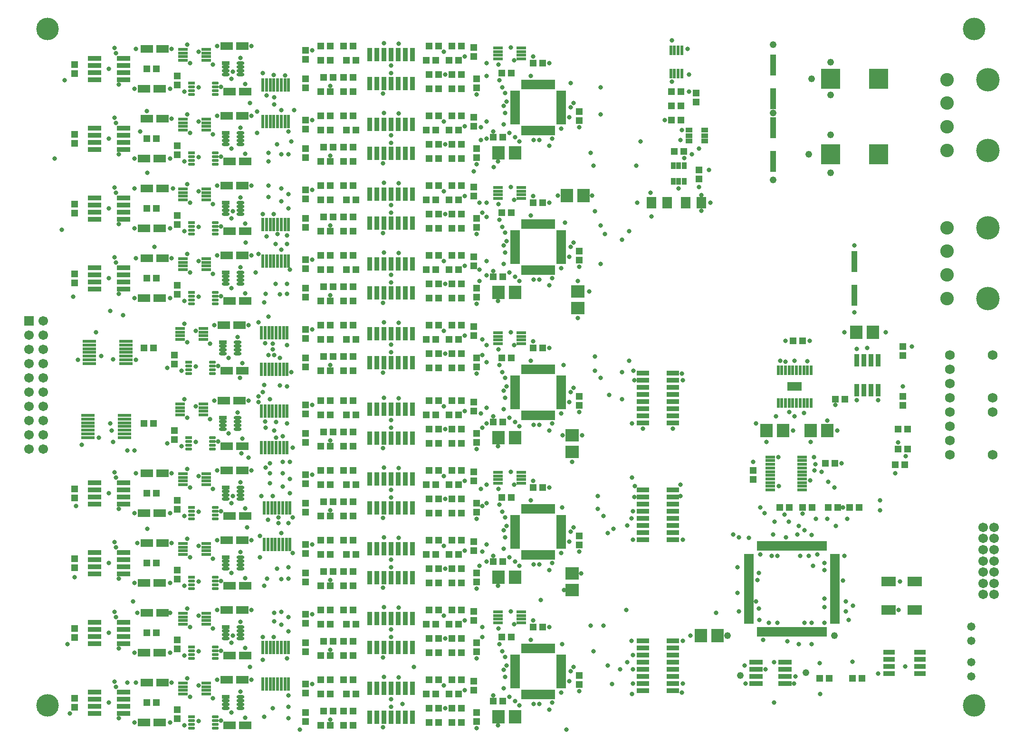
<source format=gts>
%FSLAX23Y23*%
%MOIN*%
G70*
G01*
G75*
%ADD10C,0.008*%
%ADD11R,0.078X0.062*%
%ADD12R,0.256X0.036*%
%ADD13R,0.015X0.060*%
%ADD14R,0.101X0.062*%
%ADD15R,0.016X0.085*%
%ADD16R,0.016X0.085*%
%ADD17R,0.087X0.024*%
%ADD18R,0.087X0.024*%
%ADD19R,0.043X0.039*%
%ADD20R,0.039X0.043*%
%ADD21R,0.085X0.016*%
%ADD22R,0.048X0.017*%
%ADD23O,0.048X0.017*%
%ADD24R,0.061X0.016*%
%ADD25R,0.041X0.015*%
%ADD26O,0.041X0.015*%
%ADD27R,0.079X0.047*%
%ADD28R,0.079X0.087*%
%ADD29R,0.063X0.012*%
%ADD30R,0.012X0.063*%
%ADD31R,0.024X0.087*%
%ADD32R,0.031X0.142*%
%ADD33R,0.063X0.071*%
%ADD34R,0.124X0.136*%
%ADD35R,0.087X0.079*%
%ADD36R,0.024X0.039*%
%ADD37R,0.039X0.024*%
%ADD38R,0.081X0.024*%
%ADD39R,0.057X0.012*%
%ADD40R,0.024X0.081*%
%ADD41R,0.012X0.061*%
%ADD42R,0.061X0.012*%
%ADD43R,0.091X0.059*%
%ADD44R,0.073X0.024*%
%ADD45R,0.016X0.061*%
%ADD46C,0.025*%
%ADD47C,0.016*%
%ADD48C,0.010*%
%ADD49C,0.012*%
%ADD50C,0.157*%
%ADD51C,0.087*%
%ADD52C,0.050*%
%ADD53C,0.020*%
%ADD54C,0.060*%
%ADD55C,0.059*%
%ADD56R,0.059X0.059*%
%ADD57C,0.150*%
%ADD58C,0.025*%
%ADD59C,0.040*%
%ADD60C,0.010*%
%ADD61C,0.008*%
%ADD62C,0.007*%
%ADD63C,0.004*%
%ADD64R,0.023X0.068*%
%ADD65R,0.024X0.093*%
%ADD66R,0.024X0.093*%
%ADD67R,0.095X0.032*%
%ADD68R,0.095X0.032*%
%ADD69R,0.051X0.047*%
%ADD70R,0.047X0.051*%
%ADD71R,0.093X0.024*%
%ADD72R,0.056X0.025*%
%ADD73O,0.056X0.025*%
%ADD74R,0.069X0.024*%
%ADD75R,0.049X0.023*%
%ADD76O,0.049X0.023*%
%ADD77R,0.087X0.055*%
%ADD78R,0.087X0.095*%
%ADD79R,0.071X0.020*%
%ADD80R,0.020X0.071*%
%ADD81R,0.032X0.095*%
%ADD82R,0.039X0.150*%
%ADD83R,0.071X0.079*%
%ADD84R,0.132X0.144*%
%ADD85R,0.095X0.087*%
%ADD86R,0.032X0.047*%
%ADD87R,0.047X0.032*%
%ADD88R,0.089X0.032*%
%ADD89R,0.065X0.020*%
%ADD90R,0.032X0.089*%
%ADD91R,0.020X0.069*%
%ADD92R,0.069X0.020*%
%ADD93R,0.099X0.067*%
%ADD94R,0.081X0.032*%
%ADD95R,0.024X0.069*%
%ADD96C,0.165*%
%ADD97C,0.095*%
%ADD98C,0.058*%
%ADD99C,0.068*%
%ADD100C,0.067*%
%ADD101R,0.067X0.067*%
%ADD102C,0.158*%
%ADD103C,0.033*%
%ADD104C,0.048*%
D14*
X7490Y5490D02*
D03*
D64*
X7400Y5375D02*
D03*
X7426D02*
D03*
X7451D02*
D03*
X7477D02*
D03*
X7503D02*
D03*
X7528D02*
D03*
X7554D02*
D03*
X7400Y5605D02*
D03*
X7426D02*
D03*
X7451D02*
D03*
X7477D02*
D03*
X7503D02*
D03*
X7528D02*
D03*
X7554D02*
D03*
X7579Y5375D02*
D03*
Y5605D02*
D03*
X7605Y5375D02*
D03*
Y5605D02*
D03*
X7375D02*
D03*
Y5375D02*
D03*
D65*
X3750Y5611D02*
D03*
X3770Y4381D02*
D03*
X3760Y3401D02*
D03*
Y6371D02*
D03*
X3750Y5061D02*
D03*
X3760Y7351D02*
D03*
D66*
X3776Y5611D02*
D03*
X3802D02*
D03*
X3827D02*
D03*
X3853D02*
D03*
X3878D02*
D03*
X3904D02*
D03*
X3930D02*
D03*
X3750Y5869D02*
D03*
X3776D02*
D03*
X3802D02*
D03*
X3827D02*
D03*
X3853D02*
D03*
X3878D02*
D03*
X3904D02*
D03*
X3930D02*
D03*
X3950Y4639D02*
D03*
X3924D02*
D03*
X3898D02*
D03*
X3873D02*
D03*
X3847D02*
D03*
X3822D02*
D03*
X3796D02*
D03*
X3770D02*
D03*
X3950Y4381D02*
D03*
X3924D02*
D03*
X3898D02*
D03*
X3873D02*
D03*
X3847D02*
D03*
X3822D02*
D03*
X3796D02*
D03*
X3940Y3659D02*
D03*
X3914D02*
D03*
X3888D02*
D03*
X3863D02*
D03*
X3837D02*
D03*
X3812D02*
D03*
X3786D02*
D03*
X3760D02*
D03*
X3940Y3401D02*
D03*
X3812D02*
D03*
X3786D02*
D03*
X3940Y6629D02*
D03*
X3914D02*
D03*
X3888D02*
D03*
X3863D02*
D03*
X3837D02*
D03*
X3812D02*
D03*
X3786D02*
D03*
X3760D02*
D03*
X3940Y6371D02*
D03*
X3812D02*
D03*
X3786D02*
D03*
X3776Y5061D02*
D03*
X3802D02*
D03*
X3827D02*
D03*
X3853D02*
D03*
X3878D02*
D03*
X3904D02*
D03*
X3930D02*
D03*
X3750Y5319D02*
D03*
X3776D02*
D03*
X3802D02*
D03*
X3827D02*
D03*
X3853D02*
D03*
X3878D02*
D03*
X3904D02*
D03*
X3930D02*
D03*
X3786Y7351D02*
D03*
X3812D02*
D03*
X3837D02*
D03*
X3863D02*
D03*
X3888D02*
D03*
X3914D02*
D03*
X3940D02*
D03*
X3760Y7609D02*
D03*
X3786D02*
D03*
X3812D02*
D03*
X3837D02*
D03*
X3863D02*
D03*
X3888D02*
D03*
X3914D02*
D03*
X3940D02*
D03*
X3837Y6371D02*
D03*
X3863D02*
D03*
X3888D02*
D03*
X3914D02*
D03*
X3837Y3401D02*
D03*
X3863D02*
D03*
X3888D02*
D03*
X3914D02*
D03*
D67*
X7422Y3405D02*
D03*
X2578Y3345D02*
D03*
Y3835D02*
D03*
Y4325D02*
D03*
Y4815D02*
D03*
Y6325D02*
D03*
Y6815D02*
D03*
Y7305D02*
D03*
Y7795D02*
D03*
D68*
X7218Y3555D02*
D03*
Y3505D02*
D03*
Y3455D02*
D03*
Y3405D02*
D03*
X7422Y3555D02*
D03*
Y3505D02*
D03*
Y3455D02*
D03*
X2578Y3295D02*
D03*
Y3245D02*
D03*
Y3195D02*
D03*
X2782Y3345D02*
D03*
Y3295D02*
D03*
Y3245D02*
D03*
Y3195D02*
D03*
X2578Y3785D02*
D03*
Y3735D02*
D03*
Y3685D02*
D03*
X2782Y3835D02*
D03*
Y3785D02*
D03*
Y3735D02*
D03*
Y3685D02*
D03*
X2578Y4275D02*
D03*
Y4225D02*
D03*
Y4175D02*
D03*
X2782Y4325D02*
D03*
Y4275D02*
D03*
Y4225D02*
D03*
Y4175D02*
D03*
X2578Y4765D02*
D03*
Y4715D02*
D03*
Y4665D02*
D03*
X2782Y4815D02*
D03*
Y4765D02*
D03*
Y4715D02*
D03*
Y4665D02*
D03*
X2578Y6275D02*
D03*
Y6225D02*
D03*
Y6175D02*
D03*
X2782Y6325D02*
D03*
Y6275D02*
D03*
Y6225D02*
D03*
Y6175D02*
D03*
X2578Y6765D02*
D03*
Y6715D02*
D03*
Y6665D02*
D03*
X2782Y6815D02*
D03*
Y6765D02*
D03*
Y6715D02*
D03*
Y6665D02*
D03*
X2578Y7255D02*
D03*
Y7205D02*
D03*
Y7155D02*
D03*
X2782Y7305D02*
D03*
Y7255D02*
D03*
Y7205D02*
D03*
Y7155D02*
D03*
X2578Y7745D02*
D03*
Y7695D02*
D03*
Y7645D02*
D03*
X2782Y7795D02*
D03*
Y7745D02*
D03*
Y7695D02*
D03*
Y7645D02*
D03*
D69*
X8283Y5050D02*
D03*
X8217D02*
D03*
X3013Y3270D02*
D03*
X2947D02*
D03*
X3013Y3760D02*
D03*
X2947D02*
D03*
X3013Y4250D02*
D03*
X2947D02*
D03*
X3013Y4740D02*
D03*
X2947D02*
D03*
X2993Y5230D02*
D03*
X2927D02*
D03*
X2993Y5760D02*
D03*
X2927D02*
D03*
X3013Y6250D02*
D03*
X2947D02*
D03*
X3013Y6740D02*
D03*
X2947D02*
D03*
X3013Y7230D02*
D03*
X2947D02*
D03*
X3013Y7720D02*
D03*
X2947D02*
D03*
X5443Y3280D02*
D03*
X5377D02*
D03*
X5437Y3730D02*
D03*
X5503D02*
D03*
X5657Y3800D02*
D03*
X5723D02*
D03*
X5443Y4260D02*
D03*
X5377D02*
D03*
X5437Y4710D02*
D03*
X5503D02*
D03*
X5657Y4780D02*
D03*
X5723D02*
D03*
X5443Y5240D02*
D03*
X5377D02*
D03*
X5437Y5690D02*
D03*
X5503D02*
D03*
X5657Y5760D02*
D03*
X5723D02*
D03*
X5443Y6260D02*
D03*
X5377D02*
D03*
X5437Y6710D02*
D03*
X5503D02*
D03*
X5657Y6780D02*
D03*
X5723D02*
D03*
X5443Y7240D02*
D03*
X5377D02*
D03*
X5437Y7690D02*
D03*
X5503D02*
D03*
X5657Y7760D02*
D03*
X5723D02*
D03*
X4393Y3210D02*
D03*
X4327D02*
D03*
X4233Y3430D02*
D03*
X4167D02*
D03*
X4393Y3110D02*
D03*
X4327D02*
D03*
X4393Y3430D02*
D03*
X4327D02*
D03*
X4187Y3210D02*
D03*
X4253D02*
D03*
X4347Y3330D02*
D03*
X4413D02*
D03*
X4233D02*
D03*
X4167D02*
D03*
X4233Y3110D02*
D03*
X4167D02*
D03*
X5087Y3430D02*
D03*
X5153D02*
D03*
X4927Y3230D02*
D03*
X4993D02*
D03*
X4973Y3330D02*
D03*
X4907D02*
D03*
X4927Y3130D02*
D03*
X4993D02*
D03*
X5133Y3330D02*
D03*
X5067D02*
D03*
X4927Y3430D02*
D03*
X4993D02*
D03*
X5087Y3130D02*
D03*
X5153D02*
D03*
X5087Y3230D02*
D03*
X5153D02*
D03*
X4393Y3700D02*
D03*
X4327D02*
D03*
X4233Y3920D02*
D03*
X4167D02*
D03*
X4393Y3600D02*
D03*
X4327D02*
D03*
X4393Y3920D02*
D03*
X4327D02*
D03*
X4187Y3700D02*
D03*
X4253D02*
D03*
X4347Y3820D02*
D03*
X4413D02*
D03*
X4233D02*
D03*
X4167D02*
D03*
X4233Y3600D02*
D03*
X4167D02*
D03*
X5087Y3920D02*
D03*
X5153D02*
D03*
X4927Y3720D02*
D03*
X4993D02*
D03*
X4973Y3820D02*
D03*
X4907D02*
D03*
X4927Y3620D02*
D03*
X4993D02*
D03*
X5133Y3820D02*
D03*
X5067D02*
D03*
X4927Y3920D02*
D03*
X4993D02*
D03*
X5087Y3620D02*
D03*
X5153D02*
D03*
X5087Y3720D02*
D03*
X5153D02*
D03*
X4393Y4190D02*
D03*
X4327D02*
D03*
X4233Y4410D02*
D03*
X4167D02*
D03*
X4393Y4090D02*
D03*
X4327D02*
D03*
X4393Y4410D02*
D03*
X4327D02*
D03*
X4187Y4190D02*
D03*
X4253D02*
D03*
X4347Y4310D02*
D03*
X4413D02*
D03*
X4233D02*
D03*
X4167D02*
D03*
X4233Y4090D02*
D03*
X4167D02*
D03*
X5087Y4410D02*
D03*
X5153D02*
D03*
X4927Y4210D02*
D03*
X4993D02*
D03*
X4973Y4310D02*
D03*
X4907D02*
D03*
X4927Y4110D02*
D03*
X4993D02*
D03*
X5133Y4310D02*
D03*
X5067D02*
D03*
X4927Y4410D02*
D03*
X4993D02*
D03*
X5087Y4110D02*
D03*
X5153D02*
D03*
X5087Y4210D02*
D03*
X5153D02*
D03*
X4393Y4680D02*
D03*
X4327D02*
D03*
X4233Y4900D02*
D03*
X4167D02*
D03*
X4393Y4580D02*
D03*
X4327D02*
D03*
X4393Y4900D02*
D03*
X4327D02*
D03*
X4187Y4680D02*
D03*
X4253D02*
D03*
X4347Y4800D02*
D03*
X4413D02*
D03*
X4233D02*
D03*
X4167D02*
D03*
X4233Y4580D02*
D03*
X4167D02*
D03*
X5087Y4900D02*
D03*
X5153D02*
D03*
X4927Y4700D02*
D03*
X4993D02*
D03*
X4973Y4800D02*
D03*
X4907D02*
D03*
X4927Y4600D02*
D03*
X4993D02*
D03*
X5133Y4800D02*
D03*
X5067D02*
D03*
X4927Y4900D02*
D03*
X4993D02*
D03*
X5087Y4600D02*
D03*
X5153D02*
D03*
X5087Y4700D02*
D03*
X5153D02*
D03*
X4393Y5170D02*
D03*
X4327D02*
D03*
X4233Y5390D02*
D03*
X4167D02*
D03*
X4393Y5070D02*
D03*
X4327D02*
D03*
X4393Y5390D02*
D03*
X4327D02*
D03*
X4187Y5170D02*
D03*
X4253D02*
D03*
X4347Y5290D02*
D03*
X4413D02*
D03*
X4233D02*
D03*
X4167D02*
D03*
X4233Y5070D02*
D03*
X4167D02*
D03*
X5087Y5390D02*
D03*
X5153D02*
D03*
X4927Y5190D02*
D03*
X4993D02*
D03*
X4973Y5290D02*
D03*
X4907D02*
D03*
X4927Y5090D02*
D03*
X4993D02*
D03*
X5133Y5290D02*
D03*
X5067D02*
D03*
X4927Y5390D02*
D03*
X4993D02*
D03*
X5087Y5090D02*
D03*
X5153D02*
D03*
X5087Y5190D02*
D03*
X5153D02*
D03*
X4393Y5700D02*
D03*
X4327D02*
D03*
X4233Y5920D02*
D03*
X4167D02*
D03*
X4393Y5600D02*
D03*
X4327D02*
D03*
X4393Y5920D02*
D03*
X4327D02*
D03*
X4187Y5700D02*
D03*
X4253D02*
D03*
X4347Y5820D02*
D03*
X4413D02*
D03*
X4233D02*
D03*
X4167D02*
D03*
X4233Y5600D02*
D03*
X4167D02*
D03*
X5087Y5920D02*
D03*
X5153D02*
D03*
X4927Y5720D02*
D03*
X4993D02*
D03*
X4973Y5820D02*
D03*
X4907D02*
D03*
X4927Y5620D02*
D03*
X4993D02*
D03*
X5133Y5820D02*
D03*
X5067D02*
D03*
X4927Y5920D02*
D03*
X4993D02*
D03*
X5087Y5620D02*
D03*
X5153D02*
D03*
X5087Y5720D02*
D03*
X5153D02*
D03*
X4393Y6190D02*
D03*
X4327D02*
D03*
X4233Y6410D02*
D03*
X4167D02*
D03*
X4393Y6090D02*
D03*
X4327D02*
D03*
X4393Y6410D02*
D03*
X4327D02*
D03*
X4187Y6190D02*
D03*
X4253D02*
D03*
X4347Y6310D02*
D03*
X4413D02*
D03*
X4233D02*
D03*
X4167D02*
D03*
X4233Y6090D02*
D03*
X4167D02*
D03*
X5087Y6410D02*
D03*
X5153D02*
D03*
X4927Y6210D02*
D03*
X4993D02*
D03*
X4973Y6310D02*
D03*
X4907D02*
D03*
X4927Y6110D02*
D03*
X4993D02*
D03*
X5133Y6310D02*
D03*
X5067D02*
D03*
X4927Y6410D02*
D03*
X4993D02*
D03*
X5087Y6110D02*
D03*
X5153D02*
D03*
X5087Y6210D02*
D03*
X5153D02*
D03*
X4393Y6680D02*
D03*
X4327D02*
D03*
X4393Y6580D02*
D03*
X4327D02*
D03*
X4393Y6900D02*
D03*
X4327D02*
D03*
X4187Y6680D02*
D03*
X4253D02*
D03*
X4347Y6800D02*
D03*
X4413D02*
D03*
X4233D02*
D03*
X4167D02*
D03*
X4233Y6580D02*
D03*
X4167D02*
D03*
X5087Y6900D02*
D03*
X5153D02*
D03*
X4927Y6700D02*
D03*
X4993D02*
D03*
X4973Y6800D02*
D03*
X4907D02*
D03*
X4927Y6600D02*
D03*
X4993D02*
D03*
X5133Y6800D02*
D03*
X5067D02*
D03*
X4927Y6900D02*
D03*
X4993D02*
D03*
X5087Y6600D02*
D03*
X5153D02*
D03*
X5087Y6700D02*
D03*
X5153D02*
D03*
X4393Y7070D02*
D03*
X4327D02*
D03*
X4393Y7390D02*
D03*
X4327D02*
D03*
X4187Y7170D02*
D03*
X4253D02*
D03*
X4347Y7290D02*
D03*
X4413D02*
D03*
X4233D02*
D03*
X4167D02*
D03*
X4233Y7070D02*
D03*
X4167D02*
D03*
X5087Y7390D02*
D03*
X5153D02*
D03*
X4927Y7190D02*
D03*
X4993D02*
D03*
X4973Y7290D02*
D03*
X4907D02*
D03*
X4927Y7090D02*
D03*
X4993D02*
D03*
X5133Y7290D02*
D03*
X5067D02*
D03*
X4927Y7390D02*
D03*
X4993D02*
D03*
X5087Y7090D02*
D03*
X5153D02*
D03*
X5087Y7190D02*
D03*
X5153D02*
D03*
X4233Y7880D02*
D03*
X4167D02*
D03*
X4393Y7560D02*
D03*
X4327D02*
D03*
X4393Y7880D02*
D03*
X4327D02*
D03*
X4187Y7660D02*
D03*
X4253D02*
D03*
X4233Y7780D02*
D03*
X4167D02*
D03*
X4233Y7560D02*
D03*
X4167D02*
D03*
X5087Y7880D02*
D03*
X5153D02*
D03*
X4927Y7680D02*
D03*
X4993D02*
D03*
X4973Y7780D02*
D03*
X4907D02*
D03*
X4927Y7580D02*
D03*
X4993D02*
D03*
X5133Y7780D02*
D03*
X5067D02*
D03*
X4927Y7880D02*
D03*
X4993D02*
D03*
X5087Y7580D02*
D03*
X5153D02*
D03*
X5087Y7680D02*
D03*
X5153D02*
D03*
X7479Y5810D02*
D03*
X7545D02*
D03*
X6647Y7140D02*
D03*
X6713D02*
D03*
X6693Y7460D02*
D03*
X6627D02*
D03*
X6693Y7360D02*
D03*
X6627D02*
D03*
X6693Y7560D02*
D03*
X6627D02*
D03*
X7943Y4640D02*
D03*
X7877D02*
D03*
X7453D02*
D03*
X7387D02*
D03*
X7613D02*
D03*
X7547D02*
D03*
X7707Y4950D02*
D03*
X7773D02*
D03*
X7727Y4640D02*
D03*
X7793D02*
D03*
X7843Y5400D02*
D03*
X7777D02*
D03*
X8217Y5190D02*
D03*
X8283D02*
D03*
X8263Y4940D02*
D03*
X8197D02*
D03*
X7897Y3440D02*
D03*
X7963D02*
D03*
X7667D02*
D03*
X7733D02*
D03*
X4413Y7780D02*
D03*
X4347D02*
D03*
X4327Y7170D02*
D03*
X4393D02*
D03*
X4167Y6900D02*
D03*
X4233D02*
D03*
X4327Y7660D02*
D03*
X4393D02*
D03*
X4167Y7390D02*
D03*
X4233D02*
D03*
D70*
X6800Y7553D02*
D03*
X3160Y3157D02*
D03*
Y3223D02*
D03*
Y3647D02*
D03*
Y3713D02*
D03*
Y4137D02*
D03*
Y4203D02*
D03*
Y4627D02*
D03*
Y4693D02*
D03*
X3140Y5117D02*
D03*
Y5183D02*
D03*
Y5647D02*
D03*
Y5713D02*
D03*
X3160Y6137D02*
D03*
Y6203D02*
D03*
Y6627D02*
D03*
Y6693D02*
D03*
Y7117D02*
D03*
Y7183D02*
D03*
Y7607D02*
D03*
Y7673D02*
D03*
X2440Y3303D02*
D03*
Y3237D02*
D03*
Y3793D02*
D03*
Y3727D02*
D03*
Y4283D02*
D03*
Y4217D02*
D03*
Y4773D02*
D03*
Y4707D02*
D03*
Y6283D02*
D03*
Y6217D02*
D03*
Y6773D02*
D03*
Y6707D02*
D03*
Y7263D02*
D03*
Y7197D02*
D03*
Y7753D02*
D03*
Y7687D02*
D03*
X5980Y3463D02*
D03*
Y3397D02*
D03*
Y4443D02*
D03*
Y4377D02*
D03*
Y5423D02*
D03*
Y5357D02*
D03*
Y6443D02*
D03*
Y6377D02*
D03*
Y7423D02*
D03*
Y7357D02*
D03*
X4060Y3203D02*
D03*
Y3137D02*
D03*
Y3403D02*
D03*
Y3337D02*
D03*
X5240Y3357D02*
D03*
Y3423D02*
D03*
X5260Y3137D02*
D03*
Y3203D02*
D03*
X4060Y3693D02*
D03*
Y3627D02*
D03*
Y3893D02*
D03*
Y3827D02*
D03*
X5240Y3847D02*
D03*
Y3913D02*
D03*
X5260Y3627D02*
D03*
Y3693D02*
D03*
X4060Y4183D02*
D03*
Y4117D02*
D03*
Y4383D02*
D03*
Y4317D02*
D03*
X5240Y4337D02*
D03*
Y4403D02*
D03*
X5260Y4117D02*
D03*
Y4183D02*
D03*
X4060Y4673D02*
D03*
Y4607D02*
D03*
Y4873D02*
D03*
Y4807D02*
D03*
X5240Y4827D02*
D03*
Y4893D02*
D03*
X5260Y4607D02*
D03*
Y4673D02*
D03*
X4060Y5163D02*
D03*
Y5097D02*
D03*
Y5363D02*
D03*
Y5297D02*
D03*
X5240Y5317D02*
D03*
Y5383D02*
D03*
X5260Y5097D02*
D03*
Y5163D02*
D03*
X4060Y5693D02*
D03*
Y5627D02*
D03*
Y5893D02*
D03*
Y5827D02*
D03*
X5240Y5847D02*
D03*
Y5913D02*
D03*
X5260Y5627D02*
D03*
Y5693D02*
D03*
X4060Y6183D02*
D03*
Y6117D02*
D03*
Y6383D02*
D03*
Y6317D02*
D03*
X5240Y6337D02*
D03*
Y6403D02*
D03*
X5260Y6117D02*
D03*
Y6183D02*
D03*
X4060Y6673D02*
D03*
Y6607D02*
D03*
Y6873D02*
D03*
Y6807D02*
D03*
X5240Y6827D02*
D03*
Y6893D02*
D03*
X5260Y6607D02*
D03*
Y6673D02*
D03*
X4060Y7163D02*
D03*
Y7097D02*
D03*
Y7363D02*
D03*
Y7297D02*
D03*
X5240Y7317D02*
D03*
Y7383D02*
D03*
X5260Y7097D02*
D03*
Y7163D02*
D03*
X4060Y7653D02*
D03*
Y7587D02*
D03*
Y7853D02*
D03*
Y7787D02*
D03*
X5240Y7807D02*
D03*
Y7873D02*
D03*
X6820Y7013D02*
D03*
Y6947D02*
D03*
X7200Y4837D02*
D03*
Y4903D02*
D03*
X8250Y5707D02*
D03*
Y5773D02*
D03*
Y5357D02*
D03*
Y5423D02*
D03*
X5260Y7653D02*
D03*
Y7587D02*
D03*
X6800Y7487D02*
D03*
D71*
X2789Y5133D02*
D03*
Y5159D02*
D03*
Y5184D02*
D03*
Y5210D02*
D03*
Y5236D02*
D03*
Y5261D02*
D03*
Y5287D02*
D03*
X2531Y5133D02*
D03*
Y5159D02*
D03*
Y5184D02*
D03*
Y5210D02*
D03*
Y5236D02*
D03*
Y5261D02*
D03*
Y5287D02*
D03*
X2799Y5781D02*
D03*
X2541Y5653D02*
D03*
X2799D02*
D03*
X2541Y5756D02*
D03*
Y5730D02*
D03*
X2799Y5756D02*
D03*
Y5730D02*
D03*
Y5704D02*
D03*
X2541D02*
D03*
X2799Y5679D02*
D03*
X2541D02*
D03*
X2799Y5807D02*
D03*
X2541Y5781D02*
D03*
Y5807D02*
D03*
D72*
X3500Y3310D02*
D03*
Y3800D02*
D03*
Y4290D02*
D03*
Y4780D02*
D03*
X3480Y5270D02*
D03*
Y5800D02*
D03*
X3500Y6290D02*
D03*
Y6780D02*
D03*
Y7270D02*
D03*
Y7760D02*
D03*
D73*
Y3284D02*
D03*
Y3259D02*
D03*
Y3233D02*
D03*
X3603Y3310D02*
D03*
Y3284D02*
D03*
Y3259D02*
D03*
Y3233D02*
D03*
X3500Y3774D02*
D03*
Y3749D02*
D03*
Y3723D02*
D03*
X3603Y3800D02*
D03*
Y3774D02*
D03*
Y3749D02*
D03*
Y3723D02*
D03*
X3500Y4264D02*
D03*
Y4239D02*
D03*
Y4213D02*
D03*
X3603Y4290D02*
D03*
Y4264D02*
D03*
Y4239D02*
D03*
Y4213D02*
D03*
X3500Y4754D02*
D03*
Y4729D02*
D03*
Y4703D02*
D03*
X3603Y4780D02*
D03*
Y4754D02*
D03*
Y4729D02*
D03*
Y4703D02*
D03*
X3480Y5244D02*
D03*
Y5219D02*
D03*
Y5193D02*
D03*
X3583Y5270D02*
D03*
Y5244D02*
D03*
Y5219D02*
D03*
Y5193D02*
D03*
X3480Y5774D02*
D03*
Y5749D02*
D03*
Y5723D02*
D03*
X3583Y5800D02*
D03*
Y5774D02*
D03*
Y5749D02*
D03*
Y5723D02*
D03*
X3500Y6264D02*
D03*
Y6239D02*
D03*
Y6213D02*
D03*
X3603Y6290D02*
D03*
Y6264D02*
D03*
Y6239D02*
D03*
Y6213D02*
D03*
X3500Y6754D02*
D03*
Y6729D02*
D03*
Y6703D02*
D03*
X3603Y6780D02*
D03*
Y6754D02*
D03*
Y6729D02*
D03*
Y6703D02*
D03*
X3500Y7244D02*
D03*
Y7219D02*
D03*
Y7193D02*
D03*
X3603Y7270D02*
D03*
Y7244D02*
D03*
Y7219D02*
D03*
Y7193D02*
D03*
X3500Y7734D02*
D03*
Y7709D02*
D03*
Y7683D02*
D03*
X3603Y7760D02*
D03*
Y7734D02*
D03*
Y7709D02*
D03*
Y7683D02*
D03*
D74*
X3198Y3408D02*
D03*
Y3383D02*
D03*
Y3357D02*
D03*
Y3332D02*
D03*
X3362Y3408D02*
D03*
Y3383D02*
D03*
Y3357D02*
D03*
Y3332D02*
D03*
X3198Y3898D02*
D03*
Y3873D02*
D03*
Y3847D02*
D03*
Y3822D02*
D03*
X3362Y3898D02*
D03*
Y3873D02*
D03*
Y3847D02*
D03*
Y3822D02*
D03*
X3198Y4388D02*
D03*
Y4363D02*
D03*
Y4337D02*
D03*
Y4312D02*
D03*
X3362Y4388D02*
D03*
Y4363D02*
D03*
Y4337D02*
D03*
Y4312D02*
D03*
X3198Y4878D02*
D03*
Y4853D02*
D03*
Y4827D02*
D03*
Y4802D02*
D03*
X3362Y4878D02*
D03*
Y4853D02*
D03*
Y4827D02*
D03*
Y4802D02*
D03*
X3178Y5368D02*
D03*
Y5343D02*
D03*
Y5317D02*
D03*
Y5292D02*
D03*
X3342Y5368D02*
D03*
Y5343D02*
D03*
Y5317D02*
D03*
Y5292D02*
D03*
X3178Y5898D02*
D03*
Y5873D02*
D03*
Y5847D02*
D03*
Y5822D02*
D03*
X3342Y5898D02*
D03*
Y5873D02*
D03*
Y5847D02*
D03*
Y5822D02*
D03*
X3198Y6388D02*
D03*
Y6363D02*
D03*
Y6337D02*
D03*
Y6312D02*
D03*
X3362Y6388D02*
D03*
Y6363D02*
D03*
Y6337D02*
D03*
Y6312D02*
D03*
X3198Y6878D02*
D03*
Y6853D02*
D03*
Y6827D02*
D03*
Y6802D02*
D03*
X3362Y6878D02*
D03*
Y6853D02*
D03*
Y6827D02*
D03*
Y6802D02*
D03*
X3198Y7368D02*
D03*
Y7343D02*
D03*
Y7317D02*
D03*
Y7292D02*
D03*
X3362Y7368D02*
D03*
Y7343D02*
D03*
Y7317D02*
D03*
Y7292D02*
D03*
X3198Y7858D02*
D03*
Y7833D02*
D03*
Y7807D02*
D03*
Y7782D02*
D03*
X3362Y7858D02*
D03*
Y7833D02*
D03*
Y7807D02*
D03*
Y7782D02*
D03*
X5408Y3908D02*
D03*
Y3883D02*
D03*
Y3857D02*
D03*
Y3832D02*
D03*
X5572Y3908D02*
D03*
Y3883D02*
D03*
Y3857D02*
D03*
Y3832D02*
D03*
X5408Y4888D02*
D03*
Y4863D02*
D03*
Y4837D02*
D03*
Y4812D02*
D03*
X5572Y4888D02*
D03*
Y4863D02*
D03*
Y4837D02*
D03*
Y4812D02*
D03*
X5408Y5868D02*
D03*
Y5843D02*
D03*
Y5817D02*
D03*
Y5792D02*
D03*
X5572Y5868D02*
D03*
Y5843D02*
D03*
Y5817D02*
D03*
Y5792D02*
D03*
X5408Y6888D02*
D03*
Y6863D02*
D03*
Y6837D02*
D03*
Y6812D02*
D03*
X5572Y6888D02*
D03*
Y6863D02*
D03*
Y6837D02*
D03*
Y6812D02*
D03*
X5408Y7868D02*
D03*
Y7843D02*
D03*
Y7817D02*
D03*
Y7792D02*
D03*
X5572Y7868D02*
D03*
Y7843D02*
D03*
Y7817D02*
D03*
Y7792D02*
D03*
D75*
X3260Y3170D02*
D03*
Y3660D02*
D03*
Y4150D02*
D03*
Y4640D02*
D03*
X3240Y5130D02*
D03*
Y5660D02*
D03*
X3260Y6150D02*
D03*
Y6640D02*
D03*
Y7130D02*
D03*
Y7620D02*
D03*
D76*
Y3144D02*
D03*
Y3119D02*
D03*
Y3093D02*
D03*
X3427Y3170D02*
D03*
Y3144D02*
D03*
Y3119D02*
D03*
Y3093D02*
D03*
X3260Y3634D02*
D03*
Y3609D02*
D03*
Y3583D02*
D03*
X3427Y3660D02*
D03*
Y3634D02*
D03*
Y3609D02*
D03*
Y3583D02*
D03*
X3260Y4124D02*
D03*
Y4099D02*
D03*
Y4073D02*
D03*
X3427Y4150D02*
D03*
Y4124D02*
D03*
Y4099D02*
D03*
Y4073D02*
D03*
X3260Y4614D02*
D03*
Y4589D02*
D03*
Y4563D02*
D03*
X3427Y4640D02*
D03*
Y4614D02*
D03*
Y4589D02*
D03*
Y4563D02*
D03*
X3240Y5104D02*
D03*
Y5079D02*
D03*
Y5053D02*
D03*
X3407Y5130D02*
D03*
Y5104D02*
D03*
Y5079D02*
D03*
Y5053D02*
D03*
X3240Y5634D02*
D03*
Y5609D02*
D03*
Y5583D02*
D03*
X3407Y5660D02*
D03*
Y5634D02*
D03*
Y5609D02*
D03*
Y5583D02*
D03*
X3260Y6124D02*
D03*
Y6099D02*
D03*
Y6073D02*
D03*
X3427Y6150D02*
D03*
Y6124D02*
D03*
Y6099D02*
D03*
Y6073D02*
D03*
X3260Y6614D02*
D03*
Y6589D02*
D03*
Y6563D02*
D03*
X3427Y6640D02*
D03*
Y6614D02*
D03*
Y6589D02*
D03*
Y6563D02*
D03*
X3260Y7104D02*
D03*
Y7079D02*
D03*
Y7053D02*
D03*
X3427Y7130D02*
D03*
Y7104D02*
D03*
Y7079D02*
D03*
Y7053D02*
D03*
X3260Y7594D02*
D03*
Y7569D02*
D03*
Y7543D02*
D03*
X3427Y7620D02*
D03*
Y7594D02*
D03*
Y7569D02*
D03*
Y7543D02*
D03*
D77*
X3615Y3430D02*
D03*
X3505D02*
D03*
X3635Y3110D02*
D03*
X3525D02*
D03*
X3615Y3920D02*
D03*
X3505D02*
D03*
X3635Y3600D02*
D03*
X3525D02*
D03*
X3615Y4410D02*
D03*
X3505D02*
D03*
X3635Y4090D02*
D03*
X3525D02*
D03*
X3615Y4900D02*
D03*
X3505D02*
D03*
X3635Y4580D02*
D03*
X3525D02*
D03*
X3595Y5390D02*
D03*
X3485D02*
D03*
X3615Y5070D02*
D03*
X3505D02*
D03*
X3595Y5920D02*
D03*
X3485D02*
D03*
X3615Y5600D02*
D03*
X3505D02*
D03*
X3615Y6410D02*
D03*
X3505D02*
D03*
X3635Y6090D02*
D03*
X3525D02*
D03*
X3615Y6900D02*
D03*
X3505D02*
D03*
X3635Y6580D02*
D03*
X3525D02*
D03*
X3615Y7390D02*
D03*
X3505D02*
D03*
X3635Y7070D02*
D03*
X3525D02*
D03*
X3615Y7880D02*
D03*
X3505D02*
D03*
X3635Y7560D02*
D03*
X3525D02*
D03*
X2945Y3410D02*
D03*
X3055D02*
D03*
X3035Y3130D02*
D03*
X2925D02*
D03*
X2945Y3900D02*
D03*
X3055D02*
D03*
X3035Y3620D02*
D03*
X2925D02*
D03*
X2945Y4390D02*
D03*
X3055D02*
D03*
X3035Y4110D02*
D03*
X2925D02*
D03*
X2945Y4880D02*
D03*
X3055D02*
D03*
X3035Y4600D02*
D03*
X2925D02*
D03*
X2945Y6390D02*
D03*
X3055D02*
D03*
X3035Y6110D02*
D03*
X2925D02*
D03*
X2945Y6880D02*
D03*
X3055D02*
D03*
X3035Y6600D02*
D03*
X2925D02*
D03*
X2945Y7370D02*
D03*
X3055D02*
D03*
X3035Y7090D02*
D03*
X2925D02*
D03*
X2945Y7860D02*
D03*
X3055D02*
D03*
X3035Y7580D02*
D03*
X2925D02*
D03*
D78*
X5411Y3170D02*
D03*
X5529D02*
D03*
X5411Y4150D02*
D03*
X5529D02*
D03*
X5411Y5130D02*
D03*
X5529D02*
D03*
X5411Y6150D02*
D03*
X5529D02*
D03*
X5411Y7130D02*
D03*
X5529D02*
D03*
X7719Y5180D02*
D03*
X7601D02*
D03*
X6831Y3740D02*
D03*
X6949D02*
D03*
X7291Y5180D02*
D03*
X7409D02*
D03*
X5891Y6830D02*
D03*
X6009D02*
D03*
X8039Y5870D02*
D03*
X7921D02*
D03*
D79*
X5529Y3598D02*
D03*
Y3579D02*
D03*
Y3559D02*
D03*
Y3539D02*
D03*
Y3520D02*
D03*
Y3500D02*
D03*
Y3480D02*
D03*
Y3460D02*
D03*
Y3441D02*
D03*
Y3421D02*
D03*
Y3401D02*
D03*
Y3382D02*
D03*
X5851Y3598D02*
D03*
Y3579D02*
D03*
Y3559D02*
D03*
Y3539D02*
D03*
Y3520D02*
D03*
Y3500D02*
D03*
Y3480D02*
D03*
Y3460D02*
D03*
Y3441D02*
D03*
Y3421D02*
D03*
Y3401D02*
D03*
Y3382D02*
D03*
X5529Y4578D02*
D03*
Y4559D02*
D03*
Y4539D02*
D03*
Y4519D02*
D03*
Y4500D02*
D03*
Y4480D02*
D03*
Y4460D02*
D03*
Y4440D02*
D03*
Y4421D02*
D03*
Y4401D02*
D03*
Y4381D02*
D03*
Y4362D02*
D03*
X5851Y4578D02*
D03*
Y4559D02*
D03*
Y4539D02*
D03*
Y4519D02*
D03*
Y4500D02*
D03*
Y4480D02*
D03*
Y4460D02*
D03*
Y4440D02*
D03*
Y4421D02*
D03*
Y4401D02*
D03*
Y4381D02*
D03*
Y4362D02*
D03*
X5529Y5558D02*
D03*
Y5539D02*
D03*
Y5519D02*
D03*
Y5499D02*
D03*
Y5480D02*
D03*
Y5460D02*
D03*
Y5440D02*
D03*
Y5420D02*
D03*
Y5401D02*
D03*
Y5381D02*
D03*
Y5361D02*
D03*
Y5342D02*
D03*
X5851Y5558D02*
D03*
Y5539D02*
D03*
Y5519D02*
D03*
Y5499D02*
D03*
Y5480D02*
D03*
Y5460D02*
D03*
Y5440D02*
D03*
Y5420D02*
D03*
Y5401D02*
D03*
Y5381D02*
D03*
Y5361D02*
D03*
Y5342D02*
D03*
X5529Y6578D02*
D03*
Y6559D02*
D03*
Y6539D02*
D03*
Y6519D02*
D03*
Y6500D02*
D03*
Y6480D02*
D03*
Y6460D02*
D03*
Y6440D02*
D03*
Y6421D02*
D03*
Y6401D02*
D03*
Y6381D02*
D03*
Y6362D02*
D03*
X5851Y6578D02*
D03*
Y6559D02*
D03*
Y6539D02*
D03*
Y6519D02*
D03*
Y6500D02*
D03*
Y6480D02*
D03*
Y6460D02*
D03*
Y6440D02*
D03*
Y6421D02*
D03*
Y6401D02*
D03*
Y6381D02*
D03*
Y6362D02*
D03*
X5529Y7558D02*
D03*
Y7539D02*
D03*
Y7519D02*
D03*
Y7499D02*
D03*
Y7480D02*
D03*
Y7460D02*
D03*
Y7440D02*
D03*
Y7420D02*
D03*
Y7401D02*
D03*
Y7381D02*
D03*
Y7361D02*
D03*
Y7342D02*
D03*
X5851Y7558D02*
D03*
Y7539D02*
D03*
Y7519D02*
D03*
Y7499D02*
D03*
Y7480D02*
D03*
Y7460D02*
D03*
Y7440D02*
D03*
Y7420D02*
D03*
Y7401D02*
D03*
Y7381D02*
D03*
Y7361D02*
D03*
Y7342D02*
D03*
D80*
X5798Y3651D02*
D03*
X5779D02*
D03*
X5759D02*
D03*
X5739D02*
D03*
X5720D02*
D03*
X5700D02*
D03*
X5680D02*
D03*
X5660D02*
D03*
X5641D02*
D03*
X5621D02*
D03*
X5601D02*
D03*
X5582D02*
D03*
X5798Y3329D02*
D03*
X5779D02*
D03*
X5759D02*
D03*
X5739D02*
D03*
X5720D02*
D03*
X5700D02*
D03*
X5680D02*
D03*
X5660D02*
D03*
X5641D02*
D03*
X5621D02*
D03*
X5601D02*
D03*
X5582D02*
D03*
X5798Y4631D02*
D03*
X5779D02*
D03*
X5759D02*
D03*
X5739D02*
D03*
X5720D02*
D03*
X5700D02*
D03*
X5680D02*
D03*
X5660D02*
D03*
X5641D02*
D03*
X5621D02*
D03*
X5601D02*
D03*
X5582D02*
D03*
X5798Y4309D02*
D03*
X5779D02*
D03*
X5759D02*
D03*
X5739D02*
D03*
X5720D02*
D03*
X5700D02*
D03*
X5680D02*
D03*
X5660D02*
D03*
X5641D02*
D03*
X5621D02*
D03*
X5601D02*
D03*
X5582D02*
D03*
X5798Y5611D02*
D03*
X5779D02*
D03*
X5759D02*
D03*
X5739D02*
D03*
X5720D02*
D03*
X5700D02*
D03*
X5680D02*
D03*
X5660D02*
D03*
X5641D02*
D03*
X5621D02*
D03*
X5601D02*
D03*
X5582D02*
D03*
X5798Y5289D02*
D03*
X5779D02*
D03*
X5759D02*
D03*
X5739D02*
D03*
X5720D02*
D03*
X5700D02*
D03*
X5680D02*
D03*
X5660D02*
D03*
X5641D02*
D03*
X5621D02*
D03*
X5601D02*
D03*
X5582D02*
D03*
X5798Y6631D02*
D03*
X5779D02*
D03*
X5759D02*
D03*
X5739D02*
D03*
X5720D02*
D03*
X5700D02*
D03*
X5680D02*
D03*
X5660D02*
D03*
X5641D02*
D03*
X5621D02*
D03*
X5601D02*
D03*
X5582D02*
D03*
X5798Y6309D02*
D03*
X5779D02*
D03*
X5759D02*
D03*
X5739D02*
D03*
X5720D02*
D03*
X5700D02*
D03*
X5680D02*
D03*
X5660D02*
D03*
X5641D02*
D03*
X5621D02*
D03*
X5601D02*
D03*
X5582D02*
D03*
X5798Y7611D02*
D03*
X5779D02*
D03*
X5759D02*
D03*
X5739D02*
D03*
X5720D02*
D03*
X5700D02*
D03*
X5680D02*
D03*
X5660D02*
D03*
X5641D02*
D03*
X5621D02*
D03*
X5601D02*
D03*
X5582D02*
D03*
X5798Y7289D02*
D03*
X5779D02*
D03*
X5759D02*
D03*
X5739D02*
D03*
X5720D02*
D03*
X5700D02*
D03*
X5680D02*
D03*
X5660D02*
D03*
X5641D02*
D03*
X5621D02*
D03*
X5601D02*
D03*
X5582D02*
D03*
D81*
X4810Y3372D02*
D03*
X4760D02*
D03*
X4710D02*
D03*
X4660D02*
D03*
X4610D02*
D03*
X4560D02*
D03*
X4510D02*
D03*
X4810Y3168D02*
D03*
X4760D02*
D03*
X4710D02*
D03*
X4660D02*
D03*
X4610D02*
D03*
X4560D02*
D03*
X4510D02*
D03*
X4810Y3862D02*
D03*
X4760D02*
D03*
X4710D02*
D03*
X4660D02*
D03*
X4610D02*
D03*
X4560D02*
D03*
X4510D02*
D03*
X4810Y3658D02*
D03*
X4760D02*
D03*
X4710D02*
D03*
X4660D02*
D03*
X4610D02*
D03*
X4560D02*
D03*
X4510D02*
D03*
X4810Y4352D02*
D03*
X4760D02*
D03*
X4710D02*
D03*
X4660D02*
D03*
X4610D02*
D03*
X4560D02*
D03*
X4510D02*
D03*
X4810Y4148D02*
D03*
X4760D02*
D03*
X4710D02*
D03*
X4660D02*
D03*
X4610D02*
D03*
X4560D02*
D03*
X4510D02*
D03*
X4810Y4842D02*
D03*
X4760D02*
D03*
X4710D02*
D03*
X4660D02*
D03*
X4610D02*
D03*
X4560D02*
D03*
X4510D02*
D03*
X4810Y4638D02*
D03*
X4760D02*
D03*
X4710D02*
D03*
X4660D02*
D03*
X4610D02*
D03*
X4560D02*
D03*
X4510D02*
D03*
X4810Y5332D02*
D03*
X4760D02*
D03*
X4710D02*
D03*
X4660D02*
D03*
X4610D02*
D03*
X4560D02*
D03*
X4510D02*
D03*
X4810Y5128D02*
D03*
X4760D02*
D03*
X4710D02*
D03*
X4660D02*
D03*
X4610D02*
D03*
X4560D02*
D03*
X4510D02*
D03*
X4810Y5862D02*
D03*
X4760D02*
D03*
X4710D02*
D03*
X4660D02*
D03*
X4610D02*
D03*
X4560D02*
D03*
X4510D02*
D03*
X4810Y5658D02*
D03*
X4760D02*
D03*
X4710D02*
D03*
X4660D02*
D03*
X4610D02*
D03*
X4560D02*
D03*
X4510D02*
D03*
X4810Y6352D02*
D03*
X4760D02*
D03*
X4710D02*
D03*
X4660D02*
D03*
X4610D02*
D03*
X4560D02*
D03*
X4510D02*
D03*
X4810Y6148D02*
D03*
X4760D02*
D03*
X4710D02*
D03*
X4660D02*
D03*
X4610D02*
D03*
X4560D02*
D03*
X4510D02*
D03*
X4810Y6842D02*
D03*
X4760D02*
D03*
X4710D02*
D03*
X4660D02*
D03*
X4610D02*
D03*
X4560D02*
D03*
X4510D02*
D03*
X4810Y6638D02*
D03*
X4760D02*
D03*
X4710D02*
D03*
X4660D02*
D03*
X4610D02*
D03*
X4560D02*
D03*
X4510D02*
D03*
X4810Y7332D02*
D03*
X4760D02*
D03*
X4710D02*
D03*
X4660D02*
D03*
X4610D02*
D03*
X4560D02*
D03*
X4510D02*
D03*
X4810Y7128D02*
D03*
X4760D02*
D03*
X4710D02*
D03*
X4660D02*
D03*
X4610D02*
D03*
X4560D02*
D03*
X4510D02*
D03*
Y7618D02*
D03*
X4560D02*
D03*
X4610D02*
D03*
X4660D02*
D03*
X4710D02*
D03*
X4760D02*
D03*
X4810D02*
D03*
X4510Y7822D02*
D03*
X4560D02*
D03*
X4610D02*
D03*
X4660D02*
D03*
X4710D02*
D03*
X4760D02*
D03*
X4810D02*
D03*
D82*
X7910Y6368D02*
D03*
Y6132D02*
D03*
X7340Y7072D02*
D03*
Y7308D02*
D03*
Y7512D02*
D03*
Y7748D02*
D03*
D83*
X6485Y6780D02*
D03*
X6595D02*
D03*
X6725D02*
D03*
X6835D02*
D03*
D84*
X7741Y7120D02*
D03*
X8079D02*
D03*
X7741Y7650D02*
D03*
X8079D02*
D03*
D85*
X5970Y6041D02*
D03*
Y6159D02*
D03*
X5930Y5031D02*
D03*
Y5149D02*
D03*
Y4061D02*
D03*
Y4179D02*
D03*
D86*
X6715Y7040D02*
D03*
X6677D02*
D03*
X6640D02*
D03*
X6715Y6930D02*
D03*
X6677D02*
D03*
X6640D02*
D03*
D87*
X6860Y7215D02*
D03*
Y7253D02*
D03*
Y7290D02*
D03*
X6750Y7215D02*
D03*
Y7253D02*
D03*
Y7290D02*
D03*
D88*
X6635Y5235D02*
D03*
Y5285D02*
D03*
Y5335D02*
D03*
Y5385D02*
D03*
Y5435D02*
D03*
Y5485D02*
D03*
Y5535D02*
D03*
Y5585D02*
D03*
X6425Y5235D02*
D03*
Y5285D02*
D03*
Y5335D02*
D03*
Y5385D02*
D03*
Y5435D02*
D03*
Y5485D02*
D03*
Y5535D02*
D03*
Y5585D02*
D03*
X6635Y4415D02*
D03*
Y4465D02*
D03*
Y4515D02*
D03*
Y4565D02*
D03*
Y4615D02*
D03*
Y4665D02*
D03*
Y4715D02*
D03*
Y4765D02*
D03*
X6425Y4415D02*
D03*
Y4465D02*
D03*
Y4515D02*
D03*
Y4565D02*
D03*
Y4615D02*
D03*
Y4665D02*
D03*
Y4715D02*
D03*
Y4765D02*
D03*
Y3705D02*
D03*
Y3655D02*
D03*
Y3605D02*
D03*
Y3555D02*
D03*
Y3505D02*
D03*
Y3455D02*
D03*
Y3405D02*
D03*
Y3355D02*
D03*
X6635Y3705D02*
D03*
Y3655D02*
D03*
Y3605D02*
D03*
Y3555D02*
D03*
Y3505D02*
D03*
Y3455D02*
D03*
Y3405D02*
D03*
Y3355D02*
D03*
D89*
X7319Y4995D02*
D03*
Y4970D02*
D03*
Y4944D02*
D03*
Y4918D02*
D03*
Y4893D02*
D03*
Y4867D02*
D03*
Y4842D02*
D03*
Y4816D02*
D03*
Y4790D02*
D03*
X7319Y4765D02*
D03*
X7541Y4995D02*
D03*
Y4970D02*
D03*
Y4944D02*
D03*
Y4918D02*
D03*
Y4893D02*
D03*
Y4867D02*
D03*
Y4842D02*
D03*
Y4816D02*
D03*
Y4790D02*
D03*
Y4765D02*
D03*
D90*
X8075Y5675D02*
D03*
X8025D02*
D03*
X7975D02*
D03*
X7925D02*
D03*
X8075Y5465D02*
D03*
X8025D02*
D03*
X7975D02*
D03*
X7925D02*
D03*
D91*
X7234Y3768D02*
D03*
X7253D02*
D03*
X7273D02*
D03*
X7293D02*
D03*
X7313D02*
D03*
X7332D02*
D03*
X7352D02*
D03*
X7372D02*
D03*
X7391D02*
D03*
X7411D02*
D03*
X7431D02*
D03*
X7450D02*
D03*
X7470D02*
D03*
X7490D02*
D03*
X7509D02*
D03*
X7529D02*
D03*
X7549D02*
D03*
X7568D02*
D03*
X7588D02*
D03*
X7608D02*
D03*
X7627D02*
D03*
X7647D02*
D03*
X7667D02*
D03*
X7687D02*
D03*
X7706D02*
D03*
X7234Y4372D02*
D03*
X7253D02*
D03*
X7273D02*
D03*
X7293D02*
D03*
X7313D02*
D03*
X7332D02*
D03*
X7352D02*
D03*
X7372D02*
D03*
X7391D02*
D03*
X7411D02*
D03*
X7431D02*
D03*
X7450D02*
D03*
X7470D02*
D03*
X7490D02*
D03*
X7509D02*
D03*
X7529D02*
D03*
X7549D02*
D03*
X7568D02*
D03*
X7588D02*
D03*
X7608D02*
D03*
X7627D02*
D03*
X7647D02*
D03*
X7667D02*
D03*
X7687D02*
D03*
X7706D02*
D03*
D92*
X7772Y3834D02*
D03*
Y3853D02*
D03*
Y3873D02*
D03*
Y3893D02*
D03*
Y3913D02*
D03*
Y3932D02*
D03*
Y3952D02*
D03*
Y3972D02*
D03*
Y3991D02*
D03*
Y4011D02*
D03*
Y4031D02*
D03*
Y4050D02*
D03*
Y4070D02*
D03*
Y4090D02*
D03*
Y4109D02*
D03*
Y4129D02*
D03*
Y4149D02*
D03*
Y4168D02*
D03*
Y4188D02*
D03*
Y4208D02*
D03*
Y4227D02*
D03*
Y4247D02*
D03*
Y4267D02*
D03*
Y4287D02*
D03*
Y4306D02*
D03*
X7168Y3834D02*
D03*
Y3853D02*
D03*
Y3873D02*
D03*
Y3893D02*
D03*
Y3913D02*
D03*
Y3932D02*
D03*
Y3952D02*
D03*
Y3972D02*
D03*
Y3991D02*
D03*
Y4011D02*
D03*
Y4031D02*
D03*
Y4050D02*
D03*
Y4070D02*
D03*
Y4090D02*
D03*
Y4109D02*
D03*
Y4129D02*
D03*
Y4149D02*
D03*
Y4168D02*
D03*
Y4188D02*
D03*
Y4208D02*
D03*
Y4227D02*
D03*
Y4247D02*
D03*
Y4267D02*
D03*
Y4287D02*
D03*
Y4306D02*
D03*
D93*
X8150Y4120D02*
D03*
Y3920D02*
D03*
X8331Y4120D02*
D03*
Y3920D02*
D03*
D94*
X8151Y3625D02*
D03*
X8151Y3575D02*
D03*
Y3525D02*
D03*
Y3475D02*
D03*
X8369Y3625D02*
D03*
Y3575D02*
D03*
Y3525D02*
D03*
Y3475D02*
D03*
D95*
X6622Y7688D02*
D03*
X6647D02*
D03*
X6673D02*
D03*
X6698D02*
D03*
X6622Y7852D02*
D03*
X6647D02*
D03*
X6673D02*
D03*
X6698D02*
D03*
D96*
X8847Y6109D02*
D03*
Y6605D02*
D03*
Y7149D02*
D03*
Y7645D02*
D03*
D97*
X8560Y6109D02*
D03*
Y6275D02*
D03*
Y6605D02*
D03*
Y6440D02*
D03*
Y7149D02*
D03*
Y7315D02*
D03*
Y7645D02*
D03*
Y7480D02*
D03*
D98*
X8730Y3455D02*
D03*
Y3555D02*
D03*
Y3805D02*
D03*
Y3705D02*
D03*
D99*
X8580Y5610D02*
D03*
Y5710D02*
D03*
Y5510D02*
D03*
Y5410D02*
D03*
X8880Y5710D02*
D03*
Y5410D02*
D03*
Y5010D02*
D03*
Y5310D02*
D03*
X8580Y5010D02*
D03*
Y5110D02*
D03*
Y5310D02*
D03*
Y5210D02*
D03*
D100*
X8811Y4502D02*
D03*
X8890D02*
D03*
X8811Y4424D02*
D03*
X8890D02*
D03*
X8811Y4345D02*
D03*
X8890D02*
D03*
X8811Y4266D02*
D03*
X8890D02*
D03*
X8811Y4187D02*
D03*
X8890D02*
D03*
X8811Y4109D02*
D03*
X8890D02*
D03*
X8811Y4030D02*
D03*
X8890D02*
D03*
X2220Y5050D02*
D03*
X2120D02*
D03*
X2220Y5150D02*
D03*
X2120D02*
D03*
X2220Y5250D02*
D03*
X2120D02*
D03*
X2220Y5350D02*
D03*
X2120D02*
D03*
X2220Y5450D02*
D03*
X2120D02*
D03*
X2220Y5550D02*
D03*
X2120D02*
D03*
X2220Y5650D02*
D03*
X2120D02*
D03*
X2220Y5750D02*
D03*
X2120D02*
D03*
X2220Y5850D02*
D03*
X2120D02*
D03*
X2220Y5950D02*
D03*
D101*
X2120D02*
D03*
D102*
X8750Y8000D02*
D03*
Y3250D02*
D03*
X2250D02*
D03*
Y8000D02*
D03*
D103*
X3840Y5710D02*
D03*
X3800D02*
D03*
X2490Y5080D02*
D03*
X5920Y7620D02*
D03*
X5880Y6640D02*
D03*
X5870Y5640D02*
D03*
X5860Y4640D02*
D03*
Y3680D02*
D03*
X6760Y3740D02*
D03*
X7345Y3271D02*
D03*
X7670Y3330D02*
D03*
X6820Y6890D02*
D03*
X6890Y7010D02*
D03*
X6770Y7120D02*
D03*
X5871Y4061D02*
D03*
X5991Y4179D02*
D03*
X5930Y4960D02*
D03*
X5861Y5149D02*
D03*
X5999D02*
D03*
X5970Y5970D02*
D03*
X6049Y6159D02*
D03*
X5970Y6230D02*
D03*
X5830Y6830D02*
D03*
X6070D02*
D03*
X7594Y5810D02*
D03*
X7424D02*
D03*
X6835Y6725D02*
D03*
Y6835D02*
D03*
X6900Y6780D02*
D03*
X6384D02*
D03*
X6485Y6685D02*
D03*
X6480Y6852D02*
D03*
X7910Y6480D02*
D03*
Y6010D02*
D03*
X6677Y6883D02*
D03*
X6715Y7095D02*
D03*
X5240Y7000D02*
D03*
X5380Y7030D02*
D03*
X6060Y7130D02*
D03*
X6410Y7210D02*
D03*
X4740Y3260D02*
D03*
X4820Y3520D02*
D03*
X5300Y3730D02*
D03*
Y3800D02*
D03*
X5280Y4230D02*
D03*
X5300Y4330D02*
D03*
Y4650D02*
D03*
X5290Y4770D02*
D03*
X5300Y5200D02*
D03*
X5290Y5300D02*
D03*
X5300Y5710D02*
D03*
Y5820D02*
D03*
X5280Y6230D02*
D03*
Y6310D02*
D03*
X5300Y6710D02*
D03*
X5280Y6780D02*
D03*
X5290Y7220D02*
D03*
Y7310D02*
D03*
X6080Y7040D02*
D03*
X6380Y7040D02*
D03*
X5330Y7760D02*
D03*
Y7670D02*
D03*
Y7350D02*
D03*
Y7230D02*
D03*
Y6780D02*
D03*
Y6680D02*
D03*
Y6370D02*
D03*
Y6270D02*
D03*
Y5780D02*
D03*
Y5660D02*
D03*
Y5340D02*
D03*
Y5230D02*
D03*
Y4800D02*
D03*
Y4670D02*
D03*
Y4380D02*
D03*
Y4260D02*
D03*
X5710Y3990D02*
D03*
X2610Y5130D02*
D03*
X2690Y5230D02*
D03*
X2700Y5180D02*
D03*
X3780Y5200D02*
D03*
X3660Y4990D02*
D03*
X3730Y5420D02*
D03*
X3760Y5450D02*
D03*
X3830Y5750D02*
D03*
X2710Y5100D02*
D03*
X2950Y4490D02*
D03*
X2850Y3980D02*
D03*
X2860Y5040D02*
D03*
X2810D02*
D03*
Y3410D02*
D03*
X2880Y4390D02*
D03*
X3120D02*
D03*
X2870Y4880D02*
D03*
X3120D02*
D03*
X2870Y6390D02*
D03*
X3120D02*
D03*
X2945Y7425D02*
D03*
X3120Y7370D02*
D03*
X3130Y6880D02*
D03*
X2860D02*
D03*
X2461Y5679D02*
D03*
X2626Y5704D02*
D03*
X2710Y5680D02*
D03*
X2869Y5679D02*
D03*
X2590Y5870D02*
D03*
X2690Y6020D02*
D03*
X3000Y6470D02*
D03*
X2780Y5990D02*
D03*
X2950Y6990D02*
D03*
X2900Y7280D02*
D03*
X3780Y4920D02*
D03*
X3853Y5133D02*
D03*
X3940Y3320D02*
D03*
X3760Y3730D02*
D03*
X3837Y3733D02*
D03*
X3930Y3580D02*
D03*
X3970Y4320D02*
D03*
X3830Y4720D02*
D03*
X3750D02*
D03*
X3970Y4570D02*
D03*
X3969Y5061D02*
D03*
X3810Y5400D02*
D03*
X3730Y5380D02*
D03*
X3930Y5230D02*
D03*
X3960Y5590D02*
D03*
X3800Y5980D02*
D03*
X3730Y5940D02*
D03*
X3930Y5780D02*
D03*
X3950Y6310D02*
D03*
X3837Y6703D02*
D03*
X3760Y6700D02*
D03*
X3930Y6550D02*
D03*
X3940Y7280D02*
D03*
X3914Y7676D02*
D03*
X3760Y7690D02*
D03*
X3837Y7677D02*
D03*
X3840Y7520D02*
D03*
X3720Y7420D02*
D03*
Y7270D02*
D03*
X3800Y7070D02*
D03*
Y6900D02*
D03*
Y6820D02*
D03*
X3863Y6563D02*
D03*
X3730Y6420D02*
D03*
X3710Y6290D02*
D03*
X3770Y6080D02*
D03*
X3830Y5790D02*
D03*
X3770Y5500D02*
D03*
X3853Y5243D02*
D03*
X3810Y4950D02*
D03*
Y4880D02*
D03*
Y4810D02*
D03*
X3870Y4570D02*
D03*
X3740Y4440D02*
D03*
Y4290D02*
D03*
X3770Y4090D02*
D03*
X3840Y3900D02*
D03*
Y3840D02*
D03*
Y7470D02*
D03*
X3980Y7430D02*
D03*
X3960Y7210D02*
D03*
X3940Y7120D02*
D03*
Y6840D02*
D03*
X3940Y6740D02*
D03*
X3850Y6490D02*
D03*
X3930D02*
D03*
Y6210D02*
D03*
X3930Y6140D02*
D03*
Y5490D02*
D03*
X3840Y5180D02*
D03*
X3950Y4960D02*
D03*
Y4840D02*
D03*
X3950Y4740D02*
D03*
X7390Y5670D02*
D03*
X7426Y5666D02*
D03*
X7490Y5670D02*
D03*
X7579Y5669D02*
D03*
X7278Y4600D02*
D03*
X7420Y4590D02*
D03*
X7547Y4597D02*
D03*
X7450Y4540D02*
D03*
X7350D02*
D03*
X7250Y4640D02*
D03*
X7220Y5230D02*
D03*
X7291Y5101D02*
D03*
X7480Y5180D02*
D03*
X7360Y5280D02*
D03*
X7451Y5311D02*
D03*
X7719Y5251D02*
D03*
X7790Y5180D02*
D03*
X7601Y5101D02*
D03*
X7490Y5280D02*
D03*
X7554Y5304D02*
D03*
X8090Y4620D02*
D03*
X7650Y4310D02*
D03*
X7560Y4480D02*
D03*
X8090Y4690D02*
D03*
X8197Y4883D02*
D03*
X8270Y5000D02*
D03*
X7777Y5363D02*
D03*
X8217Y5097D02*
D03*
X8250Y5490D02*
D03*
X7840Y5870D02*
D03*
X8130D02*
D03*
X8313Y5773D02*
D03*
X7925Y5395D02*
D03*
Y5755D02*
D03*
X8000Y5760D02*
D03*
X8075Y5395D02*
D03*
X7140Y3530D02*
D03*
X7285Y3505D02*
D03*
X7345Y3555D02*
D03*
X7495Y3455D02*
D03*
X7145Y3405D02*
D03*
X7485D02*
D03*
X6940Y3900D02*
D03*
X7200Y4960D02*
D03*
X7243Y3853D02*
D03*
X7620Y4230D02*
D03*
X7060Y4450D02*
D03*
X7100Y4430D02*
D03*
X7860Y4560D02*
D03*
X7168Y4428D02*
D03*
X7520Y4510D02*
D03*
X7780D02*
D03*
X7640Y4560D02*
D03*
X7720D02*
D03*
X7600Y4830D02*
D03*
X7770Y4780D02*
D03*
X7630Y4900D02*
D03*
X7727Y4823D02*
D03*
X7680Y4890D02*
D03*
X7625Y4995D02*
D03*
X7820Y4950D02*
D03*
X7634Y4944D02*
D03*
X7375Y4995D02*
D03*
X7380Y4790D02*
D03*
X7830Y4640D02*
D03*
X8265Y3525D02*
D03*
X8075Y3475D02*
D03*
X7897Y3557D02*
D03*
X7898Y3952D02*
D03*
X7667Y3547D02*
D03*
X7870Y3850D02*
D03*
X8220Y3920D02*
D03*
X8230Y4120D02*
D03*
X7340Y4450D02*
D03*
X7370Y3830D02*
D03*
X7440Y3700D02*
D03*
X7270Y3710D02*
D03*
X7310Y3830D02*
D03*
X7100Y3910D02*
D03*
X7240Y3930D02*
D03*
X7220Y3980D02*
D03*
X7090Y4040D02*
D03*
X7230Y4130D02*
D03*
X7240Y4180D02*
D03*
X7090Y4220D02*
D03*
X7840Y4300D02*
D03*
X7700Y4250D02*
D03*
Y4200D02*
D03*
X7829Y4129D02*
D03*
X7850Y3980D02*
D03*
X7700Y4000D02*
D03*
Y3940D02*
D03*
X7850Y3910D02*
D03*
X7700Y3830D02*
D03*
X7520Y3680D02*
D03*
X7560Y3830D02*
D03*
X7608Y3682D02*
D03*
X7610Y3830D02*
D03*
X7510Y4450D02*
D03*
X7608Y4448D02*
D03*
X7590Y4300D02*
D03*
X7530D02*
D03*
X7430Y4430D02*
D03*
X7370Y4300D02*
D03*
X7330D02*
D03*
X7250Y4310D02*
D03*
X6630Y7630D02*
D03*
X6750Y7560D02*
D03*
Y7680D02*
D03*
X6740Y7860D02*
D03*
X6630Y7920D02*
D03*
X6690Y7220D02*
D03*
X6820Y7160D02*
D03*
X6580Y7360D02*
D03*
X6700Y7290D02*
D03*
X3230Y7400D02*
D03*
X3409Y7261D02*
D03*
X3680Y7390D02*
D03*
X3635Y7125D02*
D03*
X3110Y7090D02*
D03*
X3310Y7350D02*
D03*
X3250Y7270D02*
D03*
X3603Y7307D02*
D03*
X3540Y7160D02*
D03*
X3466Y7104D02*
D03*
X3210Y7070D02*
D03*
X3310Y7100D02*
D03*
X2719Y7379D02*
D03*
X2860Y7090D02*
D03*
X2750Y7120D02*
D03*
X2680Y7230D02*
D03*
X2730Y7340D02*
D03*
X5177Y7807D02*
D03*
X4233Y7603D02*
D03*
X5030Y7840D02*
D03*
X5260Y7540D02*
D03*
X5040Y7680D02*
D03*
X2680Y7720D02*
D03*
X2719Y7869D02*
D03*
X2730Y7830D02*
D03*
X2750Y7610D02*
D03*
X2860Y7580D02*
D03*
X3110D02*
D03*
X2870Y7860D02*
D03*
X3120D02*
D03*
X3250Y7760D02*
D03*
X3230Y7890D02*
D03*
X3409Y7751D02*
D03*
X3310Y7840D02*
D03*
X3466Y7594D02*
D03*
X3310Y7590D02*
D03*
X3210Y7560D02*
D03*
X3540Y7650D02*
D03*
X3550Y7700D02*
D03*
X3603Y7797D02*
D03*
X3680Y7880D02*
D03*
X3440D02*
D03*
X4107Y7853D02*
D03*
X4610Y7900D02*
D03*
X4713Y7897D02*
D03*
X4660Y7745D02*
D03*
X4602Y7548D02*
D03*
X4660Y7690D02*
D03*
X2370Y7640D02*
D03*
X3635Y7615D02*
D03*
X4233Y7113D02*
D03*
X4107Y7363D02*
D03*
X5030Y7350D02*
D03*
X5040Y7190D02*
D03*
X5177Y7317D02*
D03*
X5260Y7050D02*
D03*
X4610Y7410D02*
D03*
X4713Y7407D02*
D03*
X4660Y7255D02*
D03*
X4660Y7200D02*
D03*
X4602Y7058D02*
D03*
X3786Y7536D02*
D03*
X3670Y7480D02*
D03*
X3440Y7390D02*
D03*
X3860Y7190D02*
D03*
X3800Y7130D02*
D03*
X2300Y7090D02*
D03*
X2860Y6600D02*
D03*
X2750Y6630D02*
D03*
X2680Y6740D02*
D03*
X2730Y6850D02*
D03*
X2719Y6889D02*
D03*
X3440Y6900D02*
D03*
X3680D02*
D03*
X3466Y6614D02*
D03*
X3635Y6635D02*
D03*
X3110Y6600D02*
D03*
X3310Y6860D02*
D03*
X3250Y6780D02*
D03*
X3603Y6817D02*
D03*
X3540Y6670D02*
D03*
X3550Y6720D02*
D03*
X3210Y6580D02*
D03*
X3310Y6610D02*
D03*
X3409Y6771D02*
D03*
X3230Y6910D02*
D03*
X2860Y6110D02*
D03*
X2750Y6140D02*
D03*
X2680Y6250D02*
D03*
X2730Y6360D02*
D03*
X2719Y6399D02*
D03*
X3440Y6410D02*
D03*
X3680D02*
D03*
X3466Y6124D02*
D03*
X3635Y6145D02*
D03*
X3110Y6110D02*
D03*
X3310Y6370D02*
D03*
X3250Y6290D02*
D03*
X3603Y6327D02*
D03*
X3540Y6180D02*
D03*
X3409Y6281D02*
D03*
X3210Y6090D02*
D03*
X3310Y6120D02*
D03*
X3230Y6420D02*
D03*
X4233Y6623D02*
D03*
X4107Y6873D02*
D03*
X5030Y6860D02*
D03*
X5040Y6700D02*
D03*
X5177Y6827D02*
D03*
X5260Y6560D02*
D03*
X4610Y6920D02*
D03*
X4713Y6917D02*
D03*
X4660Y6765D02*
D03*
X4660Y6710D02*
D03*
X4602Y6568D02*
D03*
X4233Y6133D02*
D03*
X4107Y6383D02*
D03*
X5030Y6370D02*
D03*
X5040Y6210D02*
D03*
X5177Y6337D02*
D03*
X5260Y6070D02*
D03*
X4602Y6078D02*
D03*
X4660Y6220D02*
D03*
X4610Y6430D02*
D03*
X4713Y6427D02*
D03*
X4660Y6275D02*
D03*
X3786Y6546D02*
D03*
X3640Y6500D02*
D03*
X3850Y6210D02*
D03*
X3780Y6140D02*
D03*
X2350Y6590D02*
D03*
X2430Y6120D02*
D03*
X2860Y4600D02*
D03*
X2750Y4630D02*
D03*
X2680Y4740D02*
D03*
X2730Y4850D02*
D03*
X2719Y4889D02*
D03*
X2860Y3620D02*
D03*
X2750Y3650D02*
D03*
X2680Y3760D02*
D03*
X2730Y3870D02*
D03*
X2719Y3909D02*
D03*
X2860Y4110D02*
D03*
X2750Y4140D02*
D03*
X2680Y4250D02*
D03*
X2730Y4360D02*
D03*
X2719Y4399D02*
D03*
X2860Y3130D02*
D03*
X2750Y3160D02*
D03*
X2680Y3270D02*
D03*
X2730Y3380D02*
D03*
X2719Y3419D02*
D03*
X3440Y4900D02*
D03*
X3680D02*
D03*
X3466Y4614D02*
D03*
X3635Y4635D02*
D03*
X3110Y4600D02*
D03*
X3310Y4860D02*
D03*
X3250Y4780D02*
D03*
X3603Y4817D02*
D03*
X3540Y4670D02*
D03*
X3550Y4720D02*
D03*
X3210Y4580D02*
D03*
X3310Y4610D02*
D03*
X3409Y4771D02*
D03*
X3230Y4910D02*
D03*
X3440Y3920D02*
D03*
X3680D02*
D03*
X3466Y3634D02*
D03*
X3635Y3655D02*
D03*
X3110Y3620D02*
D03*
X3310Y3880D02*
D03*
X3250Y3800D02*
D03*
X3603Y3837D02*
D03*
X3540Y3690D02*
D03*
X3550Y3740D02*
D03*
X3210Y3600D02*
D03*
X3310Y3630D02*
D03*
X3409Y3791D02*
D03*
X3230Y3930D02*
D03*
X3440Y4410D02*
D03*
X3680D02*
D03*
X3466Y4124D02*
D03*
X3635Y4145D02*
D03*
X3110Y4110D02*
D03*
X3310Y4370D02*
D03*
X3250Y4290D02*
D03*
X3603Y4327D02*
D03*
X3540Y4180D02*
D03*
X3409Y4281D02*
D03*
X3210Y4090D02*
D03*
X3310Y4120D02*
D03*
X3230Y4420D02*
D03*
X3440Y3430D02*
D03*
X3680D02*
D03*
X3466Y3144D02*
D03*
X3635Y3165D02*
D03*
X3110Y3130D02*
D03*
X3310Y3390D02*
D03*
X3250Y3310D02*
D03*
X3603Y3347D02*
D03*
X3540Y3200D02*
D03*
X3409Y3301D02*
D03*
X3210Y3110D02*
D03*
X3310Y3140D02*
D03*
X3230Y3440D02*
D03*
X4233Y4133D02*
D03*
X4107Y4383D02*
D03*
X5030Y4370D02*
D03*
X5040Y4210D02*
D03*
X5177Y4337D02*
D03*
X5260Y4070D02*
D03*
X4610Y4430D02*
D03*
X4713Y4427D02*
D03*
X4660Y4275D02*
D03*
X4660Y4220D02*
D03*
X4602Y4078D02*
D03*
X4233Y4623D02*
D03*
X4107Y4873D02*
D03*
X5030Y4860D02*
D03*
X5040Y4700D02*
D03*
X5177Y4827D02*
D03*
X5260Y4560D02*
D03*
X4610Y4920D02*
D03*
X4713Y4917D02*
D03*
X4660Y4765D02*
D03*
X4660Y4710D02*
D03*
X4602Y4568D02*
D03*
X4233Y3643D02*
D03*
X4107Y3893D02*
D03*
X5030Y3880D02*
D03*
X5040Y3720D02*
D03*
X5177Y3847D02*
D03*
X5260Y3580D02*
D03*
X4610Y3940D02*
D03*
X4713Y3937D02*
D03*
X4660Y3785D02*
D03*
X4660Y3730D02*
D03*
X4602Y3588D02*
D03*
X4233Y3153D02*
D03*
X4107Y3403D02*
D03*
X5030Y3390D02*
D03*
X5040Y3230D02*
D03*
X5177Y3357D02*
D03*
X5260Y3090D02*
D03*
X4610Y3450D02*
D03*
X4713Y3447D02*
D03*
X4660Y3295D02*
D03*
X4660Y3240D02*
D03*
X4602Y3098D02*
D03*
X3796Y4554D02*
D03*
X3650Y4500D02*
D03*
X3830Y3230D02*
D03*
X3770Y3170D02*
D03*
X3760Y3570D02*
D03*
X3670Y3520D02*
D03*
X3860Y4210D02*
D03*
X3790Y4140D02*
D03*
X3420Y5920D02*
D03*
X3660D02*
D03*
X3446Y5634D02*
D03*
X3615Y5655D02*
D03*
X3090Y5620D02*
D03*
X3290Y5880D02*
D03*
X3230Y5800D02*
D03*
X3583Y5837D02*
D03*
X3520Y5690D02*
D03*
X3389Y5791D02*
D03*
X3190Y5600D02*
D03*
X3290Y5630D02*
D03*
X3210Y5930D02*
D03*
X3420Y5390D02*
D03*
X3660D02*
D03*
X3446Y5104D02*
D03*
X3615Y5125D02*
D03*
X3090Y5090D02*
D03*
X3290Y5350D02*
D03*
X3230Y5270D02*
D03*
X3583Y5307D02*
D03*
X3520Y5160D02*
D03*
X3389Y5261D02*
D03*
X3190Y5070D02*
D03*
X3290Y5100D02*
D03*
X3210Y5400D02*
D03*
X4233Y5643D02*
D03*
X4107Y5893D02*
D03*
X5030Y5880D02*
D03*
X5040Y5720D02*
D03*
X5177Y5847D02*
D03*
X5260Y5580D02*
D03*
X4602Y5588D02*
D03*
X4660Y5730D02*
D03*
X4610Y5940D02*
D03*
X4713Y5937D02*
D03*
X4660Y5785D02*
D03*
X4233Y5113D02*
D03*
X4107Y5363D02*
D03*
X5030Y5350D02*
D03*
X5040Y5190D02*
D03*
X5177Y5317D02*
D03*
X5260Y5050D02*
D03*
X4602Y5058D02*
D03*
X4660Y5200D02*
D03*
X4610Y5410D02*
D03*
X4713Y5407D02*
D03*
X4660Y5255D02*
D03*
X2405Y3195D02*
D03*
X2390Y3680D02*
D03*
X2440Y4150D02*
D03*
X2450Y4650D02*
D03*
X3776Y5796D02*
D03*
X3600Y5550D02*
D03*
X3776Y5246D02*
D03*
X3610Y5020D02*
D03*
X5530Y7240D02*
D03*
X5450Y7330D02*
D03*
X5460Y7410D02*
D03*
X5470Y7490D02*
D03*
X5460Y7550D02*
D03*
X5412Y7752D02*
D03*
X5521Y7781D02*
D03*
X5410Y7070D02*
D03*
X5560Y7210D02*
D03*
X5450Y7460D02*
D03*
X5440Y7590D02*
D03*
X5698Y7222D02*
D03*
X5660Y7220D02*
D03*
X5851Y7301D02*
D03*
X5980Y7310D02*
D03*
X5909Y7381D02*
D03*
X5920Y7450D02*
D03*
X5940Y7480D02*
D03*
X5500Y7870D02*
D03*
X5657Y7807D02*
D03*
X5770Y7760D02*
D03*
X5640Y7670D02*
D03*
X5770Y7181D02*
D03*
X5790Y7230D02*
D03*
X5420Y7640D02*
D03*
X5490Y7270D02*
D03*
X5377Y7283D02*
D03*
Y3323D02*
D03*
X5490Y3310D02*
D03*
X5450Y3500D02*
D03*
X5440Y3630D02*
D03*
X5420Y3680D02*
D03*
X5770Y3800D02*
D03*
X5657Y3847D02*
D03*
X5980Y3350D02*
D03*
X5920Y3490D02*
D03*
X5560Y3250D02*
D03*
X5410Y3110D02*
D03*
X5500Y3910D02*
D03*
X5412Y3792D02*
D03*
X5530Y3280D02*
D03*
X5698Y3262D02*
D03*
X5660Y3260D02*
D03*
X5770Y3221D02*
D03*
X5790Y3270D02*
D03*
X5851Y3341D02*
D03*
X5909Y3421D02*
D03*
X5940Y3520D02*
D03*
X5640Y3710D02*
D03*
X5450Y3370D02*
D03*
X5460Y3450D02*
D03*
X5470Y3530D02*
D03*
X5460Y3590D02*
D03*
X5521Y3821D02*
D03*
X5377Y4303D02*
D03*
X5490Y4290D02*
D03*
X5450Y4480D02*
D03*
X5440Y4610D02*
D03*
X5420Y4660D02*
D03*
X5770Y4780D02*
D03*
X5657Y4827D02*
D03*
X5980Y4330D02*
D03*
X5920Y4470D02*
D03*
X5560Y4230D02*
D03*
X5410Y4090D02*
D03*
X5500Y4890D02*
D03*
X5412Y4772D02*
D03*
X5530Y4260D02*
D03*
X5698Y4242D02*
D03*
X5660Y4240D02*
D03*
X5770Y4201D02*
D03*
X5790Y4250D02*
D03*
X5851Y4321D02*
D03*
X5909Y4401D02*
D03*
X5940Y4500D02*
D03*
X5640Y4690D02*
D03*
X5450Y4350D02*
D03*
X5460Y4430D02*
D03*
X5470Y4510D02*
D03*
X5460Y4570D02*
D03*
X5521Y4801D02*
D03*
X5377Y5283D02*
D03*
X5490Y5270D02*
D03*
X5450Y5460D02*
D03*
X5440Y5590D02*
D03*
X5420Y5640D02*
D03*
X5770Y5760D02*
D03*
X5657Y5807D02*
D03*
X5980Y5310D02*
D03*
X5920Y5450D02*
D03*
X5560Y5210D02*
D03*
X5410Y5070D02*
D03*
X5500Y5870D02*
D03*
X5412Y5752D02*
D03*
X5530Y5240D02*
D03*
X5698Y5222D02*
D03*
X5660Y5220D02*
D03*
X5770Y5181D02*
D03*
X5790Y5230D02*
D03*
X5851Y5301D02*
D03*
X5909Y5381D02*
D03*
X5940Y5480D02*
D03*
X5640Y5670D02*
D03*
X5450Y5330D02*
D03*
X5460Y5410D02*
D03*
X5470Y5490D02*
D03*
X5460Y5550D02*
D03*
X5521Y5781D02*
D03*
X5377Y6303D02*
D03*
X5490Y6290D02*
D03*
X5450Y6480D02*
D03*
X5440Y6610D02*
D03*
X5420Y6660D02*
D03*
X5770Y6780D02*
D03*
X5657Y6827D02*
D03*
X5980Y6330D02*
D03*
X5920Y6470D02*
D03*
X5560Y6230D02*
D03*
X5410Y6090D02*
D03*
X5500Y6890D02*
D03*
X5412Y6772D02*
D03*
X5530Y6260D02*
D03*
X5698Y6242D02*
D03*
X5660Y6240D02*
D03*
X5770Y6201D02*
D03*
X5790Y6250D02*
D03*
X5851Y6321D02*
D03*
X5909Y6401D02*
D03*
X5940Y6500D02*
D03*
X5640Y6690D02*
D03*
X5450Y6350D02*
D03*
X5460Y6430D02*
D03*
X5470Y6510D02*
D03*
X5460Y6570D02*
D03*
X5521Y6801D02*
D03*
X6365Y5535D02*
D03*
X6360Y5600D02*
D03*
X6705Y5535D02*
D03*
X6700Y5580D02*
D03*
X6635Y5195D02*
D03*
X6425D02*
D03*
X6690Y4720D02*
D03*
Y4800D02*
D03*
X6370Y4790D02*
D03*
X6365Y4715D02*
D03*
X6355Y4615D02*
D03*
X6705Y4415D02*
D03*
X6355D02*
D03*
X6705Y3705D02*
D03*
X6345D02*
D03*
X6355Y3405D02*
D03*
X6350Y3330D02*
D03*
X6705Y3405D02*
D03*
X6700Y3340D02*
D03*
X3110Y3900D02*
D03*
X2880D02*
D03*
X2870Y3410D02*
D03*
X3120D02*
D03*
X3888Y3818D02*
D03*
Y3908D02*
D03*
Y4138D02*
D03*
X3890Y4460D02*
D03*
X3898Y4788D02*
D03*
X3900Y4880D02*
D03*
Y4960D02*
D03*
Y5140D02*
D03*
X3878Y5498D02*
D03*
X3880Y5690D02*
D03*
X3878Y6138D02*
D03*
X3890Y6450D02*
D03*
X3888Y6792D02*
D03*
X3890Y6880D02*
D03*
Y7120D02*
D03*
Y7430D02*
D03*
X3940Y3770D02*
D03*
X3940Y3870D02*
D03*
Y4140D02*
D03*
Y4220D02*
D03*
Y4530D02*
D03*
X3870D02*
D03*
X6355Y3505D02*
D03*
X6315Y3555D02*
D03*
X6060Y3810D02*
D03*
X6355Y3605D02*
D03*
X6265Y3505D02*
D03*
X6210Y3400D02*
D03*
X5890Y3080D02*
D03*
X4020D02*
D03*
X3940Y3160D02*
D03*
Y3240D02*
D03*
X6315Y4515D02*
D03*
X6150Y4580D02*
D03*
X6220Y4490D02*
D03*
X6280Y5400D02*
D03*
X6130Y5550D02*
D03*
X6280Y5590D02*
D03*
X6160Y6560D02*
D03*
X6280Y6520D02*
D03*
X6180Y3530D02*
D03*
X6080Y3630D02*
D03*
X6180Y4460D02*
D03*
X6110Y4630D02*
D03*
X6190Y5430D02*
D03*
X6090Y5600D02*
D03*
X6130Y6350D02*
D03*
Y6620D02*
D03*
Y7400D02*
D03*
Y7590D02*
D03*
X6345Y4565D02*
D03*
X6110Y4720D02*
D03*
X6310Y3920D02*
D03*
X6150Y3810D02*
D03*
X6350Y4850D02*
D03*
Y5230D02*
D03*
X6330Y5670D02*
D03*
X6090Y6720D02*
D03*
X6330Y6580D02*
D03*
X6090Y5700D02*
D03*
D104*
X7770Y3740D02*
D03*
X7570Y3480D02*
D03*
X7110Y3460D02*
D03*
X7020Y3740D02*
D03*
X7741Y7259D02*
D03*
Y6991D02*
D03*
X7590Y7120D02*
D03*
X7340Y6940D02*
D03*
Y7410D02*
D03*
Y7890D02*
D03*
X7741Y7539D02*
D03*
Y7769D02*
D03*
X7610Y7650D02*
D03*
M02*

</source>
